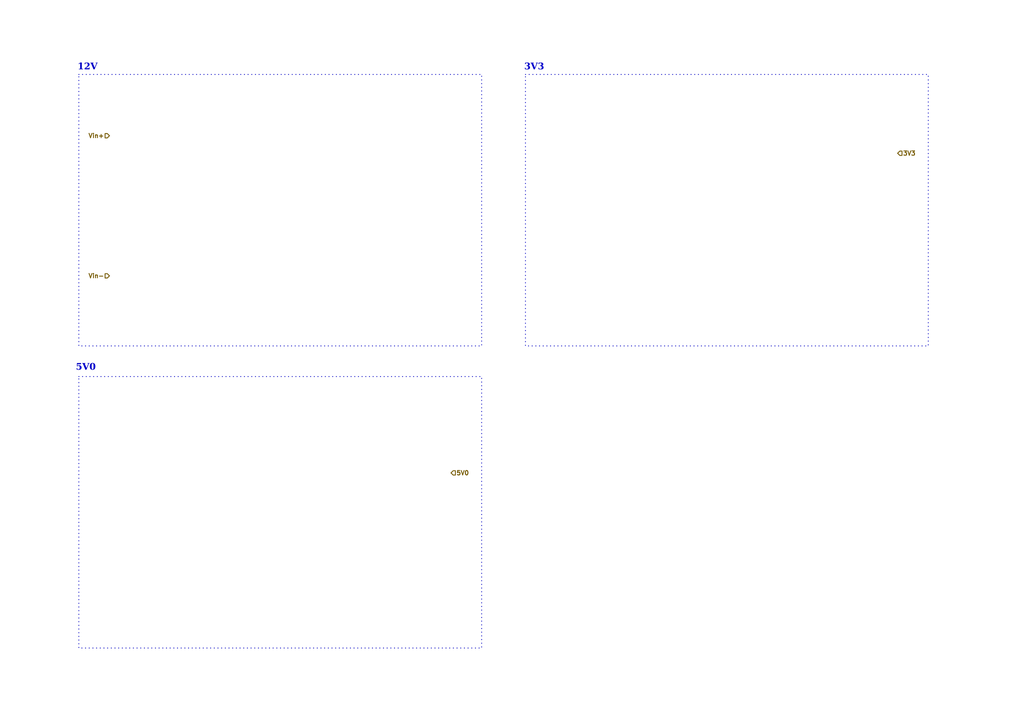
<source format=kicad_sch>
(kicad_sch
	(version 20231120)
	(generator "eeschema")
	(generator_version "8.0")
	(uuid "bf38f143-5ed2-4208-a9ea-304c9f8985c2")
	(paper "A4")
	(lib_symbols)
	(rectangle
		(start 152.4 21.59)
		(end 269.24 100.33)
		(stroke
			(width 0.254)
			(type dot)
		)
		(fill
			(type none)
		)
		(uuid 22e337e1-47e7-433e-ab62-70c1c82f3d8b)
	)
	(rectangle
		(start 22.86 21.59)
		(end 139.7 100.33)
		(stroke
			(width 0.254)
			(type dot)
		)
		(fill
			(type none)
		)
		(uuid 610ddc60-3f9d-43a6-bbb3-d37605e69177)
	)
	(rectangle
		(start 22.86 109.22)
		(end 139.7 187.96)
		(stroke
			(width 0.254)
			(type dot)
		)
		(fill
			(type none)
		)
		(uuid 99cd9249-4169-472e-a680-a72f70fca54d)
	)
	(text "5V0"
		(exclude_from_sim no)
		(at 24.892 107.188 0)
		(effects
			(font
				(face "Times New Roman")
				(size 1.905 1.905)
				(bold yes)
			)
		)
		(uuid "21d015af-db2c-41f3-abb8-743458990535")
	)
	(text "12V"
		(exclude_from_sim no)
		(at 25.4 20.066 0)
		(effects
			(font
				(face "Times New Roman")
				(size 1.905 1.905)
				(bold yes)
			)
		)
		(uuid "4a1656ec-a9c1-42ff-83d8-5b8cc1876e07")
	)
	(text "3V3"
		(exclude_from_sim no)
		(at 154.94 20.066 0)
		(effects
			(font
				(face "Times New Roman")
				(size 1.905 1.905)
				(bold yes)
			)
		)
		(uuid "504a6414-4467-4c0b-b7de-8eb9dbd68b1d")
	)
	(hierarchical_label "3V3"
		(shape input)
		(at 260.35 44.45 0)
		(effects
			(font
				(size 1.27 1.27)
				(thickness 0.254)
				(bold yes)
			)
			(justify left)
		)
		(uuid "348f9d87-4d3a-4436-990e-b67604dea03f")
	)
	(hierarchical_label "Vin-"
		(shape input)
		(at 31.75 80.01 180)
		(effects
			(font
				(size 1.27 1.27)
				(thickness 0.254)
				(bold yes)
			)
			(justify right)
		)
		(uuid "81d67a29-6bfa-4c25-a6b8-691bbd38485b")
	)
	(hierarchical_label "5V0"
		(shape input)
		(at 130.81 137.16 0)
		(effects
			(font
				(size 1.27 1.27)
				(thickness 0.254)
				(bold yes)
			)
			(justify left)
		)
		(uuid "935d58d0-5ba3-4ba5-9ec2-b617fd294791")
	)
	(hierarchical_label "Vin+"
		(shape input)
		(at 31.75 39.37 180)
		(effects
			(font
				(size 1.27 1.27)
				(thickness 0.254)
				(bold yes)
			)
			(justify right)
		)
		(uuid "f71be1fc-75ae-4ded-8735-a262add3b83f")
	)
)

</source>
